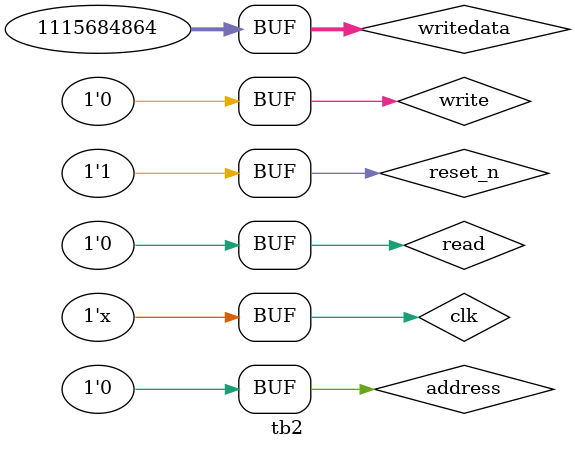
<source format=v>
`timescale 100ps / 100ps


`define assert(signal, value) \
        if (signal !== value) begin \
            $display("ASSERTION FAILED in %m: signal != value"); \
            $finish; \
        end

module tb2();

reg clk, reset_n, write, read, address;
reg [31:0] writedata;
wire [31:0] readdata;
wire waitreq;


top dut(
  .clk(clk),
  .reset_n(reset_n),
  .read(read),
  .write(write), 
  .writedata(writedata),
  .address(address),
  .readdata(readdata)
);

 
  initial begin
    clk = 1'b1;
  end

  always 
    #1 clk = ~clk;

  initial begin
  reset_n = 1'b1; // reset should now be active low, in accordance with the rest of the system, its not needed for avalon
  #4   
  write = 1'b1;
  address = 1'b1;
  writedata = 0;
  #2 
  address = 1'b0;
  writedata = 32'h437f0000;
  #2
  write = 1'b0;
  #6 
  write = 1'b1;
  writedata = 32'h43000000;
  #2 
  writedata = 32'h42080000;
  #2 
  writedata = 32'h42be0000;
  #2 
  writedata = 32'h42f40000;
  #2 
  writedata = 32'h42a40000;
  #2 
  writedata = 32'h42800000; 
  #2 
  write = 1'b0;
  read = 1'b1;
  #2 
  read = 1'b0;

  end
endmodule 

</source>
